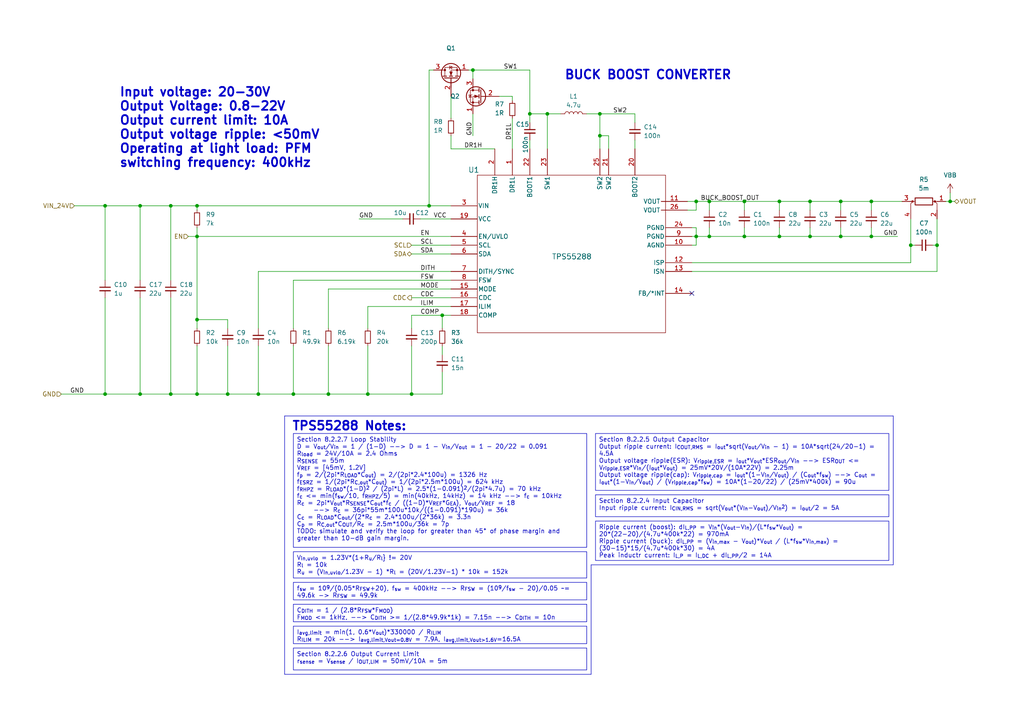
<source format=kicad_sch>
(kicad_sch (version 20250114) (generator "eeschema") (generator_version "9.0")
  (paper "A4")
  (lib_symbols
    (symbol "Library:C_Small" (pin_numbers (hide yes)) (pin_names (offset 0.254) (hide yes))
      (property "Reference" "C" (at 0.254 1.778 0))
      (property "Value" "C_Small" (at 0.254 -2.032 0))
      (symbol "C_Small_0_1"
        (polyline (pts (xy -1.524 0.508) (xy 1.524 0.508)) (stroke (width 0.3048)))
        (polyline (pts (xy -1.524 -0.508) (xy 1.524 -0.508)) (stroke (width 0.3302)))
      )
      (symbol "C_Small_1_1"
        (pin passive line (at 0 2.54 270) (length 2.032) (name "~") (number "1"))
        (pin passive line (at 0 -2.54 90) (length 2.032) (name "~") (number "2"))
      )
    )
    (symbol "Library:L" (pin_numbers (hide yes)) (pin_names (offset 1.016) (hide yes))
      (property "Reference" "L" (at -1.27 0 90))
      (property "Value" "L" (at 1.905 0 90))
      (symbol "L_0_1"
        (arc (start 0 2.54) (mid 0.6323 1.905) (end 0 1.27))
        (arc (start 0 1.27) (mid 0.6323 0.635) (end 0 0))
        (arc (start 0 0) (mid 0.6323 -0.635) (end 0 -1.27))
        (arc (start 0 -1.27) (mid 0.6323 -1.905) (end 0 -2.54))
      )
      (symbol "L_1_1"
        (pin passive line (at 0 3.81 270) (length 1.27) (name "1") (number "1"))
        (pin passive line (at 0 -3.81 90) (length 1.27) (name "2") (number "2"))
      )
    )
    (symbol "Library:Q_NMOS_SGD" (pin_names (offset 0) (hide yes))
      (property "Reference" "Q" (at 5.08 1.27 0))
      (property "Value" "Q_NMOS_SGD" (at 5.08 -1.27 0))
      (symbol "Q_NMOS_SGD_0_1"
        (polyline (pts (xy 0.254 1.905) (xy 0.254 -1.905)) (stroke (width 0.254)))
        (polyline (pts (xy 0.254 0) (xy -2.54 0)))
        (polyline (pts (xy 0.762 2.286) (xy 0.762 1.27)) (stroke (width 0.254)))
        (polyline (pts (xy 0.762 0.508) (xy 0.762 -0.508)) (stroke (width 0.254)))
        (polyline (pts (xy 0.762 -1.27) (xy 0.762 -2.286)) (stroke (width 0.254)))
        (polyline (pts (xy 0.762 -1.778) (xy 3.302 -1.778) (xy 3.302 1.778) (xy 0.762 1.778)))
        (polyline (pts (xy 1.016 0) (xy 2.032 0.381) (xy 2.032 -0.381) (xy 1.016 0)) (fill (type outline)))
        (circle (center 1.651 0) (radius 2.794) (stroke (width 0.254)))
        (polyline (pts (xy 2.54 2.54) (xy 2.54 1.778)))
        (circle (center 2.54 1.778) (radius 0.254) (fill (type outline)))
        (circle (center 2.54 -1.778) (radius 0.254) (fill (type outline)))
        (polyline (pts (xy 2.54 -2.54) (xy 2.54 0) (xy 0.762 0)))
        (polyline (pts (xy 2.794 0.508) (xy 2.921 0.381) (xy 3.683 0.381) (xy 3.81 0.254)))
        (polyline (pts (xy 3.302 0.381) (xy 2.921 -0.254) (xy 3.683 -0.254) (xy 3.302 0.381)))
      )
      (symbol "Q_NMOS_SGD_1_1"
        (pin input line (at -5.08 0 0) (length 5.08) (name "G") (number "2"))
        (pin passive line (at 2.54 5.08 270) (length 2.54) (name "D") (number "3"))
        (pin passive line (at 2.54 -5.08 90) (length 2.54) (name "S") (number "1"))
      )
    )
    (symbol "Library:R_Small" (pin_numbers (hide yes)) (pin_names (offset 0.254) (hide yes))
      (property "Reference" "R" (at 0.762 0.508 0))
      (property "Value" "R_Small" (at 0.762 -1.016 0))
      (symbol "R_Small_0_1"
        (rectangle (start -0.762 1.778) (end 0.762 -1.778) (stroke (width 0.2032)))
      )
      (symbol "R_Small_1_1"
        (pin passive line (at 0 2.54 270) (length 0.762) (name "~") (number "1"))
        (pin passive line (at 0 -2.54 90) (length 0.762) (name "~") (number "2"))
      )
    )
    (symbol "Library:SWEF3920D5L00P9"
      (property "Reference" "R" (at 0 0 0))
      (property "Value" "5m" (at 0 0 0))
      (symbol "SWEF3920D5L00P9_0_1"
        (rectangle (start 2.794 2.54) (end 4.826 -2.54) (stroke (width 0.254)))
        (polyline (pts (xy 3.81 3.81) (xy 3.81 2.54)))
        (polyline (pts (xy 3.81 3.175) (xy 3.81 3.175)))
        (circle (center 3.81 3.175) (radius 0.254) (fill (type outline)))
        (circle (center 3.81 -3.302) (radius 0.254) (fill (type outline)))
        (polyline (pts (xy 3.81 -3.81) (xy 3.81 -2.54)))
        (polyline (pts (xy 6.35 3.81) (xy 4.445 3.81) (xy 3.81 3.175)))
        (polyline (pts (xy 6.35 -3.81) (xy 4.445 -3.81) (xy 3.81 -3.175)))
      )
      (symbol "SWEF3920D5L00P9_1_1"
        (pin passive line (at 3.81 6.35 270) (length 2.54) (name "~") (number "1"))
        (pin passive line (at 3.81 -6.35 90) (length 2.54) (name "~") (number "3"))
        (pin passive line (at 8.89 3.81 180) (length 2.54) (name "~") (number "2"))
        (pin passive line (at 8.89 -3.81 180) (length 2.54) (name "~") (number "4"))
      )
    )
    (symbol "Library:TPS55288RPMR" (pin_names (offset 0.254))
      (property "Reference" "U" (at 21.082 25.4 0))
      (property "Value" "TPS55288RPMR" (at 21.082 22.86 0))
      (symbol "TPS55288RPMR_0_1"
        (rectangle (start -1.27 5.08) (end 53.34 -40.64))
        (pin power_in line (at -8.89 -3.81 0) (length 7.62) (name "VIN") (number "3"))
        (pin output line (at -8.89 -7.62 0) (length 7.62) (name "VCC") (number "19"))
        (pin input line (at -8.89 -12.7 0) (length 7.62) (name "EN/UVLO") (number "4"))
        (pin input line (at -8.89 -15.24 0) (length 7.62) (name "SCL") (number "5"))
        (pin bidirectional line (at -8.89 -17.78 0) (length 7.62) (name "SDA") (number "6"))
        (pin input line (at -8.89 -22.86 0) (length 7.62) (name "DITH/SYNC") (number "7"))
        (pin input line (at -8.89 -25.4 0) (length 7.62) (name "FSW") (number "8"))
        (pin input line (at -8.89 -27.94 0) (length 7.62) (name "MODE") (number "15"))
        (pin output line (at -8.89 -30.48 0) (length 7.62) (name "CDC") (number "16"))
        (pin output line (at 3.81 12.7 270) (length 7.62) (name "DR1H") (number "2"))
        (pin output line (at 8.89 12.7 270) (length 7.62) (name "DR1L") (number "1"))
        (pin input line (at 13.97 12.7 270) (length 7.62) (name "BOOT1") (number "22"))
        (pin input line (at 19.05 12.7 270) (length 7.62) (name "SW1") (number "23"))
        (pin input line (at 34.29 12.7 270) (length 7.62) (name "SW2") (number "25"))
        (pin input line (at 36.83 12.7 270) (length 7.62) (name "SW2") (number "21"))
        (pin output line (at 44.45 12.7 270) (length 7.62) (name "BOOT2") (number "20"))
        (pin power_in line (at 59.69 -5.08 180) (length 7.62) (name "VOUT") (number "26"))
        (pin power_in line (at 60.96 -10.16 180) (length 7.62) (name "PGND") (number "24"))
        (pin power_in line (at 60.96 -12.7 180) (length 7.62) (name "PGND") (number "9"))
        (pin power_in line (at 60.96 -15.24 180) (length 7.62) (name "AGND") (number "10"))
        (pin input line (at 60.96 -20.32 180) (length 7.62) (name "ISP") (number "12"))
        (pin input line (at 60.96 -22.86 180) (length 7.62) (name "ISN") (number "13"))
        (pin bidirectional line (at 60.96 -29.21 180) (length 7.62) (name "FB/*INT") (number "14"))
      )
      (symbol "TPS55288RPMR_1_1"
        (pin output line (at -8.89 -33.02 0) (length 7.62) (name "ILIM") (number "17"))
        (pin input line (at -8.89 -35.56 0) (length 7.62) (name "COMP") (number "18"))
        (pin power_out line (at 59.69 -2.54 180) (length 7.62) (name "VOUT") (number "11"))
      )
    )
    (symbol "Library:VBB" (power) (pin_numbers (hide yes)) (pin_names (offset 0) (hide yes))
      (property "Value" "VBB" (at 0 5.08 0))
      (symbol "VBB_0_1"
        (polyline (pts (xy -0.762 1.27) (xy 0 2.54)))
        (polyline (pts (xy 0 2.54) (xy 0.762 1.27)))
        (polyline (pts (xy 0 0) (xy 0 2.54)))
      )
      (symbol "VBB_1_1"
        (pin power_out line (at 0 0 90) (length 0) (name "~") (number "1"))
      )
    )
  )
  (text "TPS55288 Notes:" (at 101.346 123.698 0) (effects (font (size 2.54 2.54) (thickness 0.508) (bold yes))))
  (text "Input voltage: 20-30V\nOutput Voltage: 0.8-22V\nOutput current limit: 10A\nOutput voltage ripple: <50mV\nOperating at light load: PFM\nswitching frequency: 400kHz" (at 34.544 37.084 0) (effects (font (size 2.54 2.54) (thickness 0.508) (bold yes)) (justify left)))
  (text "BUCK BOOST CONVERTER" (at 187.96 21.844 0) (effects (font (size 2.54 2.54) (thickness 0.508) (bold yes))))
  (text_box "Ripple current (boost): dI_{L,PP} = V_{in}*(V_{out}-V_{in})/(L*f_{sw}*V_{out}) = 20*(22-20)/(4.7u*400k*22) = 970mA\nRipple current (buck): dI_{L,PP} = (V_{in,max} - V_{out})*V_{out} / (L*f_{sw}*V_{in,max}) = (30-15)*15/(4.7u*400k*30) = 4A\nPeak inductr current: I_{L,P} = I_{L,DC} + dI_{L,PP}/2 = 14A\n\n" (at 172.72 151.13 0) (size 85.09 11.43) (margins 0.9525 0.9525 0.9525 0.9525) (effects (font (size 1.27 1.27) (thickness 0.1588)) (justify left top)))
  (text_box "Section 8.2.2.6 Output Current Limit\nr_{sense} = V_{sense} / I_{OUT,LIM} = 50mV/10A = 5m" (at 85.09 187.96 0) (size 85.09 6.35) (margins 0.9525 0.9525 0.9525 0.9525) (effects (font (size 1.27 1.27) (thickness 0.1588)) (justify left top)))
  (text_box "I_{avg,limit} = min(1, 0.6*V_{out})*330000 / R_{ILIM}\nR_{ILIM} = 20k --> I_{avg,limit,V_{out}=0.8V} = 7.9A, I_{avg,limit,V_{out}>1.6V}=16.5A" (at 85.09 181.61 0) (size 85.09 5.08) (margins 0.9525 0.9525 0.9525 0.9525) (effects (font (size 1.27 1.27) (thickness 0.1588)) (justify left top)))
  (text_box "C_{DITH} = 1 / (2.8*R_{FSW}*F_{MOD})\nF_{MOD} <= 1kHz, --> C_{DITH} >= 1/(2.8*49.9k*1k) = 7.15n --> C_{DITH} = 10n" (at 85.09 175.26 0) (size 85.09 5.08) (margins 0.9525 0.9525 0.9525 0.9525) (effects (font (size 1.27 1.27) (thickness 0.1588)) (justify left top)))
  (text_box "Section 8.2.2.7 Loop Stability\nD = V_{out}/V_{in} = 1 / (1-D) --> D = 1 - V_{in}/V_{out} = 1 - 20/22 = 0.091\nR_{load} = 24V/10A = 2.4 Ohms\nR_{SENSE} = 55m\nV_{REF} = [45mV, 1.2V]\nf_{p} = 2/(2pi*R_{LOAD}*C_{out}) = 2/(2pi*2.4*100u) = 1326 Hz\nf_{ESRZ} = 1/(2pi*R_{C,out}*C_{out}) = 1/(2pi*2.5m*100u) = 624 kHz\nf_{RHPZ} = R_{LOAD}*(1-D)^{2} / (2pi*L) = 2.5*(1-0.091)^{2}/(2pi*4.7u) = 70 kHz\nf_{c} <= min(f_{sw}/10, f_{RHPZ}/5) = min(40kHz, 14kHz) = 14 kHz --> f_{c} = 10kHz\nR_{c} = 2pi*V_{out}*R_{SENSE}*C_{out}*f_{c} / ((1-D)*V_{REF}*G_{EA}), V_{out}/V_{REF} = 18\n	--> R_{c} = 36pi*55m*100u*10k/((1-0.091)*190u) = 36k\nC_{c} = R_{LOAD}*C_{out}/(2*R_{c} = 2.4*100u/(2*36k) = 3.3n\nC_{p} = R_{C,out}*C_{OUT}/R_{c} = 2.5m*100u/36k = 7p\nTODO: simulate and verify the loop for greater than 45° of phase margin and greater than 10-dB gain margin." (at 85.09 125.73 0) (size 85.09 33.02) (margins 0.9525 0.9525 0.9525 0.9525) (effects (font (size 1.27 1.27) (thickness 0.1588)) (justify left top)))
  (text_box "V_{in,uvlo} = 1.23V*(1+R_{u}/R_{l}} != 20V\nR_{l} = 10k\nR_{u} = (V_{in,uvlo}/1.23V - 1) *R_{l} = (20V/1.23V-1) * 10k = 152k" (at 85.09 160.02 0) (size 85.09 7.62) (margins 0.9525 0.9525 0.9525 0.9525) (effects (font (size 1.27 1.27) (thickness 0.1588)) (justify left top)))
  (text_box "Section 8.2.2.4 Input Capacitor\nInput ripple current: I_{CIN,RMS} = sqrt(V_{out}*(V_{in}-V_{out})/V_{in}^{2}) = I_{out}/2 = 5A" (at 172.72 143.51 0) (size 85.09 6.35) (margins 0.9525 0.9525 0.9525 0.9525) (effects (font (size 1.27 1.27) (thickness 0.1588)) (justify left top)))
  (text_box "f_{sw} = 10^{9}/(0.05*R_{FSW}+20), f_{sw} = 400kHz --> R_{FSW} = (10^{9}/f_{sw} - 20)/0.05 ~= 49.6k -> R_{FSW} = 49.9k" (at 85.09 168.91 0) (size 85.09 5.08) (margins 0.9525 0.9525 0.9525 0.9525) (effects (font (size 1.27 1.27) (thickness 0.1588)) (justify left top)))
  (text_box "Section 8.2.2.5 Output Capacitor\nOutput ripple current: I_{COUT,RMS} = I_{out}*sqrt(V_{out}/V_{in} - 1) = 10A*sqrt(24/20-1) = 4.5A\nOutput voltage ripple(ESR): V_{ripple,ESR} = I_{out}*V_{out}*ESR_{out}/V_{in} --> ESR_{OUT} <= V_{ripple,ESR}*V_{in}/(I_{out}*V_{out}) = 25mV*20V/(10A*22V) = 2.25m\nOutput voltage ripple(cap): V_{ripple,cap} = I_{out}*(1-V_{in}/V_{out}) / (C_{out}*f_{sw}) --> C_{out} = I_{out}*(1-V_{in}/V_{out}) / (V_{ripple,cap}*f_{sw}) = 10A*(1-20/22) / (25mV*400k) = 90u" (at 172.72 125.73 0) (size 85.09 16.51) (margins 0.9525 0.9525 0.9525 0.9525) (effects (font (size 1.27 1.27) (thickness 0.1588)) (justify left top)))
  (junction (at 205.74 58.42))
  (junction (at 158.75 33.02))
  (junction (at 173.99 33.02))
  (junction (at 106.68 114.3))
  (junction (at 234.95 68.58))
  (junction (at 275.59 58.42))
  (junction (at 234.95 58.42))
  (junction (at 57.15 92.71))
  (junction (at 40.64 59.69))
  (junction (at 30.48 114.3))
  (junction (at 153.67 33.02))
  (junction (at 124.46 59.69))
  (junction (at 215.9 68.58))
  (junction (at 205.74 68.58))
  (junction (at 40.64 114.3))
  (junction (at 95.25 114.3))
  (junction (at 137.16 20.32))
  (junction (at 226.06 68.58))
  (junction (at 201.93 68.58))
  (junction (at 57.15 114.3))
  (junction (at 85.09 114.3))
  (junction (at 30.48 59.69))
  (junction (at 49.53 114.3))
  (junction (at 173.99 39.37))
  (junction (at 215.9 58.42))
  (junction (at 243.84 68.58))
  (junction (at 264.16 71.12))
  (junction (at 252.73 58.42))
  (junction (at 201.93 58.42))
  (junction (at 49.53 59.69))
  (junction (at 128.27 91.44))
  (junction (at 119.38 114.3))
  (junction (at 226.06 58.42))
  (junction (at 243.84 58.42))
  (junction (at 57.15 59.69))
  (junction (at 271.78 71.12))
  (junction (at 57.15 68.58))
  (junction (at 252.73 68.58))
  (junction (at 66.04 114.3))
  (junction (at 74.93 114.3))
  (no_connect (at 200.66 85.09))
  (wire (pts (xy 54.61 68.58) (xy 57.15 68.58)))
  (wire (pts (xy 243.84 58.42) (xy 252.73 58.42)))
  (wire (pts (xy 49.53 86.36) (xy 49.53 114.3)))
  (wire (pts (xy 274.32 58.42) (xy 275.59 58.42)))
  (wire (pts (xy 119.38 91.44) (xy 119.38 95.25)))
  (wire (pts (xy 153.67 33.02) (xy 158.75 33.02)))
  (wire (pts (xy 158.75 33.02) (xy 162.56 33.02)))
  (polyline (pts (xy 259.08 163.83) (xy 259.08 120.65)))
  (wire (pts (xy 74.93 95.25) (xy 74.93 78.74)))
  (wire (pts (xy 226.06 58.42) (xy 234.95 58.42)))
  (wire (pts (xy 66.04 100.33) (xy 66.04 114.3)))
  (wire (pts (xy 66.04 114.3) (xy 74.93 114.3)))
  (wire (pts (xy 57.15 92.71) (xy 66.04 92.71)))
  (wire (pts (xy 57.15 59.69) (xy 57.15 60.96)))
  (wire (pts (xy 252.73 58.42) (xy 261.62 58.42)))
  (wire (pts (xy 184.15 33.02) (xy 184.15 35.56)))
  (wire (pts (xy 124.46 20.32) (xy 125.73 20.32)))
  (wire (pts (xy 57.15 114.3) (xy 66.04 114.3)))
  (wire (pts (xy 49.53 59.69) (xy 49.53 81.28)))
  (wire (pts (xy 74.93 100.33) (xy 74.93 114.3)))
  (wire (pts (xy 252.73 68.58) (xy 260.35 68.58)))
  (wire (pts (xy 30.48 86.36) (xy 30.48 114.3)))
  (wire (pts (xy 199.39 60.96) (xy 201.93 60.96)))
  (wire (pts (xy 275.59 55.88) (xy 275.59 58.42)))
  (wire (pts (xy 200.66 68.58) (xy 201.93 68.58)))
  (wire (pts (xy 199.39 58.42) (xy 201.93 58.42)))
  (wire (pts (xy 176.53 39.37) (xy 176.53 43.18)))
  (wire (pts (xy 119.38 114.3) (xy 106.68 114.3)))
  (wire (pts (xy 200.66 78.74) (xy 271.78 78.74)))
  (wire (pts (xy 137.16 20.32) (xy 137.16 22.86)))
  (wire (pts (xy 57.15 68.58) (xy 57.15 92.71)))
  (polyline (pts (xy 171.45 195.58) (xy 171.45 163.83)))
  (wire (pts (xy 215.9 58.42) (xy 215.9 60.96)))
  (wire (pts (xy 201.93 60.96) (xy 201.93 58.42)))
  (wire (pts (xy 148.59 27.94) (xy 148.59 29.21)))
  (wire (pts (xy 264.16 63.5) (xy 264.16 71.12)))
  (wire (pts (xy 74.93 114.3) (xy 85.09 114.3)))
  (wire (pts (xy 153.67 20.32) (xy 153.67 33.02)))
  (polyline (pts (xy 82.55 120.65) (xy 82.55 195.58)))
  (wire (pts (xy 264.16 71.12) (xy 264.16 76.2)))
  (wire (pts (xy 119.38 86.36) (xy 130.81 86.36)))
  (wire (pts (xy 40.64 86.36) (xy 40.64 114.3)))
  (wire (pts (xy 252.73 66.04) (xy 252.73 68.58)))
  (wire (pts (xy 119.38 71.12) (xy 130.81 71.12)))
  (wire (pts (xy 104.14 63.5) (xy 116.84 63.5)))
  (wire (pts (xy 57.15 68.58) (xy 130.81 68.58)))
  (wire (pts (xy 49.53 59.69) (xy 57.15 59.69)))
  (wire (pts (xy 173.99 33.02) (xy 173.99 39.37)))
  (wire (pts (xy 158.75 33.02) (xy 158.75 43.18)))
  (wire (pts (xy 243.84 68.58) (xy 252.73 68.58)))
  (wire (pts (xy 226.06 68.58) (xy 234.95 68.58)))
  (wire (pts (xy 234.95 58.42) (xy 243.84 58.42)))
  (wire (pts (xy 226.06 66.04) (xy 226.06 68.58)))
  (wire (pts (xy 119.38 114.3) (xy 128.27 114.3)))
  (wire (pts (xy 243.84 58.42) (xy 243.84 60.96)))
  (polyline (pts (xy 82.55 120.65) (xy 259.08 120.65)))
  (wire (pts (xy 95.25 114.3) (xy 106.68 114.3)))
  (wire (pts (xy 270.51 71.12) (xy 271.78 71.12)))
  (wire (pts (xy 57.15 100.33) (xy 57.15 114.3)))
  (wire (pts (xy 173.99 33.02) (xy 184.15 33.02)))
  (wire (pts (xy 226.06 58.42) (xy 226.06 60.96)))
  (wire (pts (xy 119.38 100.33) (xy 119.38 114.3)))
  (wire (pts (xy 95.25 100.33) (xy 95.25 114.3)))
  (wire (pts (xy 66.04 92.71) (xy 66.04 95.25)))
  (wire (pts (xy 57.15 92.71) (xy 57.15 95.25)))
  (wire (pts (xy 124.46 59.69) (xy 124.46 20.32)))
  (wire (pts (xy 17.78 114.3) (xy 30.48 114.3)))
  (wire (pts (xy 85.09 95.25) (xy 85.09 81.28)))
  (wire (pts (xy 153.67 40.64) (xy 153.67 43.18)))
  (wire (pts (xy 121.92 63.5) (xy 130.81 63.5)))
  (wire (pts (xy 128.27 91.44) (xy 119.38 91.44)))
  (wire (pts (xy 170.18 33.02) (xy 173.99 33.02)))
  (wire (pts (xy 184.15 40.64) (xy 184.15 43.18)))
  (polyline (pts (xy 82.55 195.58) (xy 171.45 195.58)))
  (wire (pts (xy 201.93 66.04) (xy 201.93 68.58)))
  (wire (pts (xy 128.27 100.33) (xy 128.27 102.87)))
  (wire (pts (xy 137.16 33.02) (xy 137.16 39.37)))
  (wire (pts (xy 234.95 58.42) (xy 234.95 60.96)))
  (wire (pts (xy 30.48 59.69) (xy 30.48 81.28)))
  (wire (pts (xy 85.09 114.3) (xy 95.25 114.3)))
  (wire (pts (xy 173.99 39.37) (xy 176.53 39.37)))
  (wire (pts (xy 49.53 114.3) (xy 57.15 114.3)))
  (wire (pts (xy 275.59 58.42) (xy 276.86 58.42)))
  (wire (pts (xy 85.09 100.33) (xy 85.09 114.3)))
  (wire (pts (xy 85.09 81.28) (xy 130.81 81.28)))
  (wire (pts (xy 130.81 34.29) (xy 130.81 27.94)))
  (wire (pts (xy 215.9 58.42) (xy 226.06 58.42)))
  (wire (pts (xy 264.16 71.12) (xy 265.43 71.12)))
  (wire (pts (xy 57.15 66.04) (xy 57.15 68.58)))
  (wire (pts (xy 234.95 68.58) (xy 243.84 68.58)))
  (polyline (pts (xy 171.45 163.83) (xy 259.08 163.83)))
  (wire (pts (xy 205.74 68.58) (xy 215.9 68.58)))
  (wire (pts (xy 271.78 78.74) (xy 271.78 71.12)))
  (wire (pts (xy 215.9 68.58) (xy 226.06 68.58)))
  (wire (pts (xy 95.25 95.25) (xy 95.25 83.82)))
  (wire (pts (xy 200.66 76.2) (xy 264.16 76.2)))
  (wire (pts (xy 200.66 66.04) (xy 201.93 66.04)))
  (wire (pts (xy 130.81 59.69) (xy 124.46 59.69)))
  (wire (pts (xy 215.9 66.04) (xy 215.9 68.58)))
  (wire (pts (xy 106.68 95.25) (xy 106.68 88.9)))
  (wire (pts (xy 200.66 71.12) (xy 201.93 71.12)))
  (wire (pts (xy 106.68 100.33) (xy 106.68 114.3)))
  (wire (pts (xy 173.99 39.37) (xy 173.99 43.18)))
  (wire (pts (xy 234.95 66.04) (xy 234.95 68.58)))
  (wire (pts (xy 40.64 59.69) (xy 40.64 81.28)))
  (wire (pts (xy 205.74 58.42) (xy 205.74 60.96)))
  (wire (pts (xy 21.59 59.69) (xy 30.48 59.69)))
  (wire (pts (xy 201.93 58.42) (xy 205.74 58.42)))
  (wire (pts (xy 30.48 59.69) (xy 40.64 59.69)))
  (wire (pts (xy 271.78 71.12) (xy 271.78 63.5)))
  (wire (pts (xy 137.16 20.32) (xy 153.67 20.32)))
  (wire (pts (xy 201.93 68.58) (xy 201.93 71.12)))
  (wire (pts (xy 144.78 27.94) (xy 148.59 27.94)))
  (wire (pts (xy 148.59 34.29) (xy 148.59 43.18)))
  (wire (pts (xy 128.27 107.95) (xy 128.27 114.3)))
  (wire (pts (xy 119.38 73.66) (xy 130.81 73.66)))
  (wire (pts (xy 30.48 114.3) (xy 40.64 114.3)))
  (wire (pts (xy 243.84 66.04) (xy 243.84 68.58)))
  (wire (pts (xy 135.89 20.32) (xy 137.16 20.32)))
  (wire (pts (xy 74.93 78.74) (xy 130.81 78.74)))
  (wire (pts (xy 252.73 58.42) (xy 252.73 60.96)))
  (wire (pts (xy 143.51 43.18) (xy 130.81 43.18)))
  (wire (pts (xy 205.74 66.04) (xy 205.74 68.58)))
  (wire (pts (xy 106.68 88.9) (xy 130.81 88.9)))
  (wire (pts (xy 40.64 59.69) (xy 49.53 59.69)))
  (wire (pts (xy 40.64 114.3) (xy 49.53 114.3)))
  (wire (pts (xy 130.81 91.44) (xy 128.27 91.44)))
  (wire (pts (xy 205.74 58.42) (xy 215.9 58.42)))
  (wire (pts (xy 95.25 83.82) (xy 130.81 83.82)))
  (wire (pts (xy 57.15 59.69) (xy 124.46 59.69)))
  (wire (pts (xy 201.93 68.58) (xy 205.74 68.58)))
  (wire (pts (xy 128.27 91.44) (xy 128.27 95.25)))
  (wire (pts (xy 130.81 43.18) (xy 130.81 39.37)))
  (wire (pts (xy 153.67 33.02) (xy 153.67 35.56)))
  (label "SCL" (at 121.92 71.12 0))
  (label "ILIM" (at 121.92 88.9 0))
  (label "EN" (at 121.92 68.58 0))
  (label "DR1L" (at 148.59 40.64 90))
  (label "MODE" (at 121.92 83.82 0))
  (label "VCC" (at 125.73 63.5 0))
  (label "CDC" (at 121.92 86.36 0))
  (label "BUCK_BOOST_OUT" (at 203.2 58.42 0))
  (label "GND" (at 260.35 68.58 180))
  (label "DR1H" (at 134.62 43.18 0))
  (label "GND" (at 20.32 114.3 0))
  (label "DITH" (at 121.92 78.74 0))
  (label "GND" (at 104.14 63.5 0))
  (label "SDA" (at 121.92 73.66 0))
  (label "GND" (at 137.16 39.37 90) (effects (font (thickness 0.1588))))
  (label "SW1" (at 146.05 20.32 0))
  (label "FSW" (at 121.92 81.28 0))
  (label "SW2" (at 177.8 33.02 0))
  (label "COMP" (at 121.92 91.44 0))
  (hierarchical_label "EN" (shape input) (at 54.61 68.58 180) (effects (font (thickness 0.1588))))
  (hierarchical_label "VIN_24V" (shape input) (at 21.59 59.69 180))
  (hierarchical_label "GND" (shape input) (at 17.78 114.3 180))
  (hierarchical_label "SDA" (shape bidirectional) (at 119.38 73.66 180))
  (hierarchical_label "CDC" (shape output) (at 119.38 86.36 180))
  (hierarchical_label "SCL" (shape input) (at 119.38 71.12 180))
  (hierarchical_label "VOUT" (shape bidirectional) (at 276.86 58.42 0))
  (symbol (lib_id "Library:C_Small") (at 226.06 63.5 0) (unit 1)
    (property "Reference" "C8" (at 228.6 62.2362 0) (effects (justify left)))
    (property "Value" "22u" (at 228.6 64.7762 0) (effects (justify left)))
    (property "Footprint" "Library:C_1210_3225Metric" (effects (hide yes)))
    (property "Description" "Unpolarized capacitor, small symbol" (effects (hide yes)))
    (property "Digikey-Nr." "1276-3387-1-ND" (effects (hide yes)))
    (property "Manufacturer" "Samsung Electro-Mechanics" (effects (hide yes)))
    (property "Manufacturer Nr." "CL32B106KBJNNNE" (effects (hide yes)))
    (property "Mouser-Nr." "187-CL32B106KBJNNNE" (effects (hide yes)))
    (property "Manufacturer-Nr." "CL32B106KBJNNNE" (effects (hide yes)))
  )
  (symbol (lib_id "Library:C_Small") (at 119.38 63.5 270) (unit 1)
    (property "Reference" "C12" (at 122.428 61.722 90))
    (property "Value" "10u" (at 116.078 61.722 90))
    (property "Footprint" "Library:C_0805_2012Metric" (effects (hide yes)))
    (property "Description" "Unpolarized capacitor, small symbol" (effects (hide yes)))
    (property "Digikey-Nr." "490-18663-1-ND" (effects (hide yes)))
    (property "Manufacturer" "Murata Electronics" (effects (hide yes)))
    (property "Manufacturer Nr." "GRM21BR61H106KE43L" (effects (hide yes)))
    (property "Mouser-Nr." "81-GRM21BR61H106KE3L" (effects (hide yes)))
    (property "Manufacturer-Nr." "GRM21BR61H106KE43L" (effects (hide yes)))
  )
  (symbol (lib_id "Library:R_Small") (at 57.15 63.5 0) (unit 1)
    (property "Reference" "R9" (at 59.69 62.2299 0) (effects (justify left)))
    (property "Value" "7k" (at 59.69 64.7699 0) (effects (justify left)))
    (property "Footprint" "Library:R_0603_1608Metric_Pad0.98x0.95mm_HandSolder" (effects (hide yes)))
    (property "Description" "Resistor, small symbol" (effects (hide yes)))
    (property "Digikey-Nr." "311-6.98KHRCT-ND" (effects (hide yes)))
    (property "Manufacturer" "YAGEO" (effects (hide yes)))
    (property "Manufacturer Nr." "RC0603FR-076K98L" (effects (hide yes)))
    (property "Mouser-Nr." "603-RC0603FR-076K98L" (effects (hide yes)))
    (property "Manufacturer-Nr." "RC0603FR-076K98L" (effects (hide yes)))
  )
  (symbol (lib_id "Library:C_Small") (at 49.53 83.82 0) (unit 1)
    (property "Reference" "C18" (at 52.07 82.5562 0) (effects (justify left)))
    (property "Value" "22u" (at 52.07 85.0962 0) (effects (justify left)))
    (property "Footprint" "Library:C_1210_3225Metric" (effects (hide yes)))
    (property "Description" "Unpolarized capacitor, small symbol" (effects (hide yes)))
    (property "Digikey-Nr." "1276-3387-1-ND" (effects (hide yes)))
    (property "Manufacturer" "Samsung Electro-Mechanics" (effects (hide yes)))
    (property "Manufacturer Nr." "CL32B106KBJNNNE" (effects (hide yes)))
    (property "Mouser-Nr." "187-CL32B106KBJNNNE" (effects (hide yes)))
    (property "Manufacturer-Nr." "CL32B106KBJNNNE" (effects (hide yes)))
  )
  (symbol (lib_id "Library:C_Small") (at 153.67 38.1 0) (unit 1)
    (property "Reference" "C15" (at 149.606 36.068 0) (effects (justify left)))
    (property "Value" "100n" (at 152.4 44.45 90) (effects (justify left)))
    (property "Footprint" "Library:C_0805_2012Metric" (effects (hide yes)))
    (property "Description" "Unpolarized capacitor, small symbol" (effects (hide yes)))
    (property "Digikey-Nr." "1276-1003-1-ND" (effects (hide yes)))
    (property "Manufacturer" "Samsung Electro-Mechanics" (effects (hide yes)))
    (property "Manufacturer Nr." "CL21B104KBCNNNC" (effects (hide yes)))
    (property "Mouser-Nr." "187-CL21B104KBCNNNC" (effects (hide yes)))
    (property "Manufacturer-Nr." "CL21B104KBCNNNC" (effects (hide yes)))
  )
  (symbol (lib_id "Library:TPS55288RPMR") (at 139.7 55.88 0) (unit 1)
    (property "Reference" "U1" (at 137.414 49.276 0) (effects (font (size 1.524 1.524))))
    (property "Value" "TPS55288" (at 165.862 74.422 0) (effects (font (size 1.524 1.524))))
    (property "Footprint" "Library:VQFN-HR26_RPM_TEX" (effects (hide yes)))
    (property "Datasheet" "https://www.ti.com/general/docs/suppproductinfo.tsp?distId=10&gotoUrl=http%3A%2F%2Fwww.ti.com%2Flit%2Fgpn%2Ftps55288" (effects (hide yes)))
    (property "Digikey-Nr." "296-TPS552882QRPMRQ1CT-ND" (effects (hide yes)))
    (property "Manufacturer" "Texas Instruments" (effects (hide yes)))
    (property "Manufacturer Nr." "TPS552882QRPMRQ1" (effects (hide yes)))
    (property "Mouser-Nr." "595-TPS552882QRPMRQ1" (effects (hide yes)))
    (property "Manufacturer-Nr." "TPS552882QRPMRQ1" (effects (hide yes)))
  )
  (symbol (lib_id "Library:C_Small") (at 128.27 105.41 0) (unit 1)
    (property "Reference" "C11" (at 130.81 104.1462 0) (effects (justify left)))
    (property "Value" "15n" (at 130.81 106.6862 0) (effects (justify left)))
    (property "Footprint" "Library:C_0603_1608Metric" (effects (hide yes)))
    (property "Description" "Unpolarized capacitor, small symbol" (effects (hide yes)))
    (property "Digikey-Nr." "311-3362-1-ND" (effects (hide yes)))
    (property "Manufacturer" "YAGEO" (effects (hide yes)))
    (property "Manufacturer Nr." "CC0603JRX7R9BB153" (effects (hide yes)))
    (property "Mouser-Nr." "603-CC603JRX7R9BB153" (effects (hide yes)))
    (property "Manufacturer-Nr." "CC0603JRX7R9BB153" (effects (hide yes)))
  )
  (symbol (lib_id "Library:VBB") (at 275.59 55.88 0) (unit 1)
    (property "Reference" "#PWR06" (effects (hide yes)))
    (property "Value" "VBB" (at 275.59 50.8 0))
    (property "Description" "Power symbol creates a global label with name \"VCC\"" (effects (hide yes)))
  )
  (symbol (lib_id "Library:Q_NMOS_SGD") (at 139.7 27.94 0) (mirror y) (unit 1)
    (property "Reference" "Q2" (at 133.35 27.9401 0) (effects (justify left)))
    (property "Value" "IPZ40N04S5L4R8ATMA1" (effects (hide yes)))
    (property "Footprint" "Library:PG-TSDSON-8-32" (effects (hide yes)))
    (property "Description" "N-MOSFET transistor, source/gate/drain" (effects (hide yes)))
    (property "Digikey-Nr." "IPZ40N04S5L4R8ATMA1CT-ND" (effects (hide yes)))
    (property "Manufacturer" "Infineon Technologies" (effects (hide yes)))
    (property "Manufacturer Nr." "IPZ40N04S5L4R8ATMA1" (effects (hide yes)))
    (property "Mouser-Nr." "726-IPZ40N04S5L4R8AT" (effects (hide yes)))
    (property "Manufacturer-Nr." "IPZ40N04S5L4R8ATMA1" (effects (hide yes)))
  )
  (symbol (lib_id "Library:C_Small") (at 215.9 63.5 0) (unit 1)
    (property "Reference" "C1" (at 218.44 62.2362 0) (effects (justify left)))
    (property "Value" "100n" (at 218.44 64.7762 0) (effects (justify left)))
    (property "Footprint" "Library:C_0805_2012Metric" (effects (hide yes)))
    (property "Description" "Unpolarized capacitor, small symbol" (effects (hide yes)))
    (property "Digikey-Nr." "1276-1003-1-ND" (effects (hide yes)))
    (property "Manufacturer" "Samsung Electro-Mechanics" (effects (hide yes)))
    (property "Manufacturer Nr." "CL21B104KBCNNNC" (effects (hide yes)))
    (property "Mouser-Nr." "187-CL21B104KBCNNNC" (effects (hide yes)))
    (property "Manufacturer-Nr." "CL21B104KBCNNNC" (effects (hide yes)))
  )
  (symbol (lib_id "Library:C_Small") (at 234.95 63.5 0) (unit 1)
    (property "Reference" "C3" (at 237.49 62.2362 0) (effects (justify left)))
    (property "Value" "22u" (at 237.49 64.7762 0) (effects (justify left)))
    (property "Footprint" "Library:C_1210_3225Metric" (effects (hide yes)))
    (property "Description" "Unpolarized capacitor, small symbol" (effects (hide yes)))
    (property "Digikey-Nr." "1276-3387-1-ND" (effects (hide yes)))
    (property "Manufacturer" "Samsung Electro-Mechanics" (effects (hide yes)))
    (property "Manufacturer Nr." "CL32B106KBJNNNE" (effects (hide yes)))
    (property "Mouser-Nr." "187-CL32B106KBJNNNE" (effects (hide yes)))
    (property "Manufacturer-Nr." "CL32B106KBJNNNE" (effects (hide yes)))
  )
  (symbol (lib_id "Library:C_Small") (at 74.93 97.79 0) (unit 1)
    (property "Reference" "C4" (at 77.47 96.5262 0) (effects (justify left)))
    (property "Value" "10n" (at 77.47 99.0662 0) (effects (justify left)))
    (property "Footprint" "Library:C_0603_1608Metric" (effects (hide yes)))
    (property "Description" "Unpolarized capacitor, small symbol" (effects (hide yes)))
    (property "Digikey-Nr." "1276-1009-1-ND" (effects (hide yes)))
    (property "Manufacturer" "Samsung Electro-Mechanics" (effects (hide yes)))
    (property "Manufacturer Nr." "CL10B103KB8NNNC" (effects (hide yes)))
    (property "Mouser-Nr." "187-CL10B103KB8NNNC" (effects (hide yes)))
    (property "Manufacturer-Nr." "CL10B103KB8NNNC" (effects (hide yes)))
  )
  (symbol (lib_id "Library:C_Small") (at 267.97 71.12 90) (unit 1)
    (property "Reference" "C7" (at 267.9763 64.77 90))
    (property "Value" "100n" (at 267.9763 67.31 90))
    (property "Footprint" "Library:C_0805_2012Metric" (effects (hide yes)))
    (property "Description" "Unpolarized capacitor, small symbol" (effects (hide yes)))
    (property "Digikey-Nr." "1276-1003-1-ND" (effects (hide yes)))
    (property "Manufacturer" "Samsung Electro-Mechanics" (effects (hide yes)))
    (property "Manufacturer Nr." "CL21B104KBCNNNC" (effects (hide yes)))
    (property "Mouser-Nr." "187-CL21B104KBCNNNC" (effects (hide yes)))
    (property "Manufacturer-Nr." "CL21B104KBCNNNC" (effects (hide yes)))
  )
  (symbol (lib_id "Library:R_Small") (at 106.68 97.79 0) (unit 1)
    (property "Reference" "R4" (at 109.22 96.5199 0) (effects (justify left)))
    (property "Value" "20k" (at 109.22 99.0599 0) (effects (justify left)))
    (property "Footprint" "Library:R_0603_1608Metric_Pad0.98x0.95mm_HandSolder" (effects (hide yes)))
    (property "Description" "Resistor, small symbol" (effects (hide yes)))
    (property "Digikey-Nr." "311-20.0KHRCT-ND" (effects (hide yes)))
    (property "Manufacturer" "YAGEO" (effects (hide yes)))
    (property "Manufacturer Nr." "RC0603FR-0720KL" (effects (hide yes)))
    (property "Mouser-Nr." "603-RC0603FR-0720KL" (effects (hide yes)))
    (property "Manufacturer-Nr." "RC0603FR-0720KL" (effects (hide yes)))
  )
  (symbol (lib_id "Library:C_Small") (at 119.38 97.79 0) (unit 1)
    (property "Reference" "C13" (at 121.92 96.5262 0) (effects (justify left)))
    (property "Value" "200p" (at 121.92 99.0662 0) (effects (justify left)))
    (property "Footprint" "Library:C_0603_1608Metric" (effects (hide yes)))
    (property "Description" "Unpolarized capacitor, small symbol" (effects (hide yes)))
    (property "Digikey-Nr." "1276-2222-1-ND" (effects (hide yes)))
    (property "Manufacturer" "Samsung Electro-Mechanics" (effects (hide yes)))
    (property "Manufacturer Nr." "CL10C201JB8NNNC" (effects (hide yes)))
    (property "Mouser-Nr." "187-CL10C201JB8NNNC" (effects (hide yes)))
    (property "Manufacturer-Nr." "CL10C201JB8NNNC" (effects (hide yes)))
  )
  (symbol (lib_id "Library:C_Small") (at 205.74 63.5 0) (unit 1)
    (property "Reference" "C2" (at 208.28 62.2362 0) (effects (justify left)))
    (property "Value" "10n" (at 208.28 64.7762 0) (effects (justify left)))
    (property "Footprint" "Library:C_0603_1608Metric" (effects (hide yes)))
    (property "Description" "Unpolarized capacitor, small symbol" (effects (hide yes)))
    (property "Digikey-Nr." "1276-1009-1-ND" (effects (hide yes)))
    (property "Manufacturer" "Samsung Electro-Mechanics" (effects (hide yes)))
    (property "Manufacturer Nr." "CL10B103KB8NNNC" (effects (hide yes)))
    (property "Mouser-Nr." "187-CL10B103KB8NNNC" (effects (hide yes)))
    (property "Manufacturer-Nr." "CL10B103KB8NNNC" (effects (hide yes)))
  )
  (symbol (lib_id "Library:C_Small") (at 243.84 63.5 0) (unit 1)
    (property "Reference" "C5" (at 246.38 62.2362 0) (effects (justify left)))
    (property "Value" "22u" (at 246.38 64.7762 0) (effects (justify left)))
    (property "Footprint" "Library:C_1210_3225Metric" (effects (hide yes)))
    (property "Description" "Unpolarized capacitor, small symbol" (effects (hide yes)))
    (property "Digikey-Nr." "1276-3387-1-ND" (effects (hide yes)))
    (property "Manufacturer" "Samsung Electro-Mechanics" (effects (hide yes)))
    (property "Manufacturer Nr." "CL32B106KBJNNNE" (effects (hide yes)))
    (property "Mouser-Nr." "187-CL32B106KBJNNNE" (effects (hide yes)))
    (property "Manufacturer-Nr." "CL32B106KBJNNNE" (effects (hide yes)))
  )
  (symbol (lib_id "Library:C_Small") (at 184.15 38.1 0) (unit 1)
    (property "Reference" "C14" (at 186.69 36.8362 0) (effects (justify left)))
    (property "Value" "100n" (at 186.69 39.3762 0) (effects (justify left)))
    (property "Footprint" "Library:C_0805_2012Metric" (effects (hide yes)))
    (property "Description" "Unpolarized capacitor, small symbol" (effects (hide yes)))
    (property "Digikey-Nr." "1276-1003-1-ND" (effects (hide yes)))
    (property "Manufacturer" "Samsung Electro-Mechanics" (effects (hide yes)))
    (property "Manufacturer Nr." "CL21B104KBCNNNC" (effects (hide yes)))
    (property "Mouser-Nr." "187-CL21B104KBCNNNC" (effects (hide yes)))
    (property "Manufacturer-Nr." "CL21B104KBCNNNC" (effects (hide yes)))
  )
  (symbol (lib_id "Library:L") (at 166.37 33.02 90) (unit 1)
    (property "Reference" "L1" (at 166.37 27.94 90))
    (property "Value" "4.7u" (at 166.37 30.48 90))
    (property "Footprint" "Library:L_Vishay_IHLP-5050" (effects (hide yes)))
    (property "Datasheet" "https://www.vishay.com/docs/34126/ihlp-5050ez-01.pdf" (effects (hide yes)))
    (property "Description" "Inductor" (effects (hide yes)))
    (property "Digikey-Nr." "541-IHLP5050FDER4R7M0PCT-ND" (effects (hide yes)))
    (property "Manufacturer" "Vishay Dale" (effects (hide yes)))
    (property "Manufacturer Nr." "IHLP5050FDER4R7M0P" (effects (hide yes)))
    (property "Mouser-Nr." "70-IHLP5050FDR4R7M0P" (effects (hide yes)))
    (property "Manufacturer-Nr." "IHLP5050FDER4R7M0P" (effects (hide yes)))
  )
  (symbol (lib_id "Library:R_Small") (at 95.25 97.79 0) (unit 1)
    (property "Reference" "R6" (at 97.79 96.5199 0) (effects (justify left)))
    (property "Value" "6.19k" (at 97.79 99.0599 0) (effects (justify left)))
    (property "Footprint" "Library:R_0603_1608Metric_Pad0.98x0.95mm_HandSolder" (effects (hide yes)))
    (property "Description" "Resistor, small symbol" (effects (hide yes)))
    (property "Digikey-Nr." "311-6.19KHRCT-ND" (effects (hide yes)))
    (property "Manufacturer" "YAGEO" (effects (hide yes)))
    (property "Manufacturer Nr." "RC0603FR-076K19L" (effects (hide yes)))
    (property "Mouser-Nr." "603-RC0603FR-076K19L" (effects (hide yes)))
    (property "Manufacturer-Nr." "RC0603FR-076K19L" (effects (hide yes)))
  )
  (symbol (lib_id "Library:Q_NMOS_SGD") (at 130.81 22.86 90) (unit 1)
    (property "Reference" "Q1" (at 130.81 13.97 90))
    (property "Value" "IPZ40N04S5L4R8ATMA1" (effects (hide yes)))
    (property "Footprint" "Library:PG-TSDSON-8-32" (effects (hide yes)))
    (property "Description" "N-MOSFET transistor, source/gate/drain" (effects (hide yes)))
    (property "Digikey-Nr." "IPZ40N04S5L4R8ATMA1CT-ND" (effects (hide yes)))
    (property "Manufacturer" "Infineon Technologies" (effects (hide yes)))
    (property "Manufacturer Nr." "IPZ40N04S5L4R8ATMA1" (effects (hide yes)))
    (property "Mouser-Nr." "726-IPZ40N04S5L4R8AT" (effects (hide yes)))
    (property "Manufacturer-Nr." "IPZ40N04S5L4R8ATMA1" (effects (hide yes)))
  )
  (symbol (lib_id "Library:C_Small") (at 66.04 97.79 0) (unit 1)
    (property "Reference" "C9" (at 68.58 96.5262 0) (effects (justify left)))
    (property "Value" "10n" (at 68.58 99.0662 0) (effects (justify left)))
    (property "Footprint" "Library:C_0603_1608Metric" (effects (hide yes)))
    (property "Description" "Unpolarized capacitor, small symbol" (effects (hide yes)))
    (property "Digikey-Nr." "1276-1009-1-ND" (effects (hide yes)))
    (property "Manufacturer" "Samsung Electro-Mechanics" (effects (hide yes)))
    (property "Manufacturer Nr." "CL10B103KB8NNNC" (effects (hide yes)))
    (property "Mouser-Nr." "187-CL10B103KB8NNNC" (effects (hide yes)))
    (property "Manufacturer-Nr." "CL10B103KB8NNNC" (effects (hide yes)))
  )
  (symbol (lib_id "Library:C_Small") (at 40.64 83.82 0) (unit 1)
    (property "Reference" "C17" (at 43.18 82.5562 0) (effects (justify left)))
    (property "Value" "22u" (at 43.18 85.0962 0) (effects (justify left)))
    (property "Footprint" "Library:C_1210_3225Metric" (effects (hide yes)))
    (property "Description" "Unpolarized capacitor, small symbol" (effects (hide yes)))
    (property "Digikey-Nr." "1276-3387-1-ND" (effects (hide yes)))
    (property "Manufacturer" "Samsung Electro-Mechanics" (effects (hide yes)))
    (property "Manufacturer Nr." "CL32B106KBJNNNE" (effects (hide yes)))
    (property "Mouser-Nr." "187-CL32B106KBJNNNE" (effects (hide yes)))
    (property "Manufacturer-Nr." "CL32B106KBJNNNE" (effects (hide yes)))
  )
  (symbol (lib_id "Library:R_Small") (at 130.81 36.83 0) (unit 1)
    (property "Reference" "R8" (at 125.73 35.306 0) (effects (justify left)))
    (property "Value" "1R" (at 125.73 37.846 0) (effects (justify left)))
    (property "Footprint" "Library:R_0603_1608Metric_Pad0.98x0.95mm_HandSolder" (effects (hide yes)))
    (property "Description" "Resistor, small symbol" (effects (hide yes)))
    (property "Digikey-Nr." "311-1.00HRCT-ND" (effects (hide yes)))
    (property "Manufacturer" "YAGEO" (effects (hide yes)))
    (property "Manufacturer Nr." "RC0603FR-071RL" (effects (hide yes)))
    (property "Mouser-Nr." "603-RC0603FR-071RL" (effects (hide yes)))
    (property "Manufacturer-Nr." "RC0603FR-071RL" (effects (hide yes)))
  )
  (symbol (lib_id "Library:C_Small") (at 30.48 83.82 0) (unit 1)
    (property "Reference" "C10" (at 33.02 82.5562 0) (effects (justify left)))
    (property "Value" "1u" (at 33.02 85.0962 0) (effects (justify left)))
    (property "Footprint" "Library:C_0805_2012Metric" (effects (hide yes)))
    (property "Description" "Unpolarized capacitor, small symbol" (effects (hide yes)))
    (property "Digikey-Nr." "1276-1029-1-ND" (effects (hide yes)))
    (property "Manufacturer" "Samsung Electro-Mechanics" (effects (hide yes)))
    (property "Manufacturer Nr." "CL21B105KBFNNNE" (effects (hide yes)))
    (property "Mouser-Nr." "187-CL21B105KBFNNNE" (effects (hide yes)))
    (property "Manufacturer-Nr." "CL21B105KBFNNNE" (effects (hide yes)))
  )
  (symbol (lib_id "Library:R_Small") (at 57.15 97.79 0) (unit 1)
    (property "Reference" "R2" (at 59.69 96.5199 0) (effects (justify left)))
    (property "Value" "10k" (at 59.69 99.0599 0) (effects (justify left)))
    (property "Footprint" "Library:R_0603_1608Metric_Pad0.98x0.95mm_HandSolder" (effects (hide yes)))
    (property "Description" "Resistor, small symbol" (effects (hide yes)))
    (property "Digikey-Nr." "311-10.0KHRCT-ND" (effects (hide yes)))
    (property "Manufacturer" "YAGEO" (effects (hide yes)))
    (property "Manufacturer Nr." "RC0603FR-0710KL" (effects (hide yes)))
    (property "Mouser-Nr." "603-RC0603FR-0710KL" (effects (hide yes)))
    (property "Manufacturer-Nr." "RC0603FR-0710KL" (effects (hide yes)))
  )
  (symbol (lib_id "Library:SWEF3920D5L00P9") (at 267.97 54.61 270) (unit 1)
    (property "Reference" "R5" (at 267.97 52.07 90))
    (property "Value" "5m" (at 267.97 54.61 90))
    (property "Footprint" "Library:SEWF3920D5L00P9" (effects (hide yes)))
    (property "Datasheet" "https://s.resistor.today/shop/products/epdf/SEWF3920.pdf" (effects (hide yes)))
    (property "Description" "5 mOhms ±0.5% 3W Chip Resistor 3920 (1052 Metric) Automotive AEC-Q200, Current Sense Metal Element" (effects (hide yes)))
    (property "Digikey-Nr." "4506-SEWF3920D5L00P9CT-ND" (effects (hide yes)))
    (property "Manufacturer" "RESI" (effects (hide yes)))
    (property "Manufacturer Nr." "SEWF3920D5L00P9" (effects (hide yes)))
    (property "Mouser-Nr." "754-MSRPK3920Q5L0D2P" (effects (hide yes)))
    (property "Manufacturer 2" "Susumu" (effects (hide yes)))
    (property "Manufacturer-Nr. 2" "MSRPK3920Q-5L00-D2P0" (effects (hide yes)))
    (property "Manufacturer-Nr." "SEWF3920D5L00P9" (effects (hide yes)))
  )
  (symbol (lib_id "Library:R_Small") (at 85.09 97.79 0) (unit 1)
    (property "Reference" "R1" (at 87.63 96.5199 0) (effects (justify left)))
    (property "Value" "49.9k" (at 87.63 99.0599 0) (effects (justify left)))
    (property "Footprint" "Library:R_0603_1608Metric_Pad0.98x0.95mm_HandSolder" (effects (hide yes)))
    (property "Description" "Resistor, small symbol" (effects (hide yes)))
    (property "Digikey-Nr." "311-49.9KHRCT-ND" (effects (hide yes)))
    (property "Manufacturer" "YAGEO" (effects (hide yes)))
    (property "Manufacturer Nr." "RC0603FR-0749K9L" (effects (hide yes)))
    (property "Mouser-Nr." "603-RC0603FR-0749K9L" (effects (hide yes)))
    (property "Manufacturer-Nr." "RC0603FR-0749K9L" (effects (hide yes)))
  )
  (symbol (lib_id "Library:R_Small") (at 148.59 31.75 0) (unit 1)
    (property "Reference" "R7" (at 143.51 30.226 0) (effects (justify left)))
    (property "Value" "1R" (at 143.51 32.766 0) (effects (justify left)))
    (property "Footprint" "Library:R_0603_1608Metric_Pad0.98x0.95mm_HandSolder" (effects (hide yes)))
    (property "Description" "Resistor, small symbol" (effects (hide yes)))
    (property "Digikey-Nr." "311-1.00HRCT-ND" (effects (hide yes)))
    (property "Manufacturer" "YAGEO" (effects (hide yes)))
    (property "Manufacturer Nr." "RC0603FR-071RL" (effects (hide yes)))
    (property "Mouser-Nr." "603-RC0603FR-071RL" (effects (hide yes)))
    (property "Manufacturer-Nr." "RC0603FR-071RL" (effects (hide yes)))
  )
  (symbol (lib_id "Library:C_Small") (at 252.73 63.5 0) (unit 1)
    (property "Reference" "C6" (at 255.27 62.2362 0) (effects (justify left)))
    (property "Value" "22u" (at 255.27 64.7762 0) (effects (justify left)))
    (property "Footprint" "Library:C_1210_3225Metric" (effects (hide yes)))
    (property "Description" "Unpolarized capacitor, small symbol" (effects (hide yes)))
    (property "Digikey-Nr." "1276-3387-1-ND" (effects (hide yes)))
    (property "Manufacturer" "Samsung Electro-Mechanics" (effects (hide yes)))
    (property "Manufacturer Nr." "CL32B106KBJNNNE" (effects (hide yes)))
    (property "Mouser-Nr." "187-CL32B106KBJNNNE" (effects (hide yes)))
    (property "Manufacturer-Nr." "CL32B106KBJNNNE" (effects (hide yes)))
  )
  (symbol (lib_id "Library:R_Small") (at 128.27 97.79 0) (unit 1)
    (property "Reference" "R3" (at 130.81 96.5199 0) (effects (justify left)))
    (property "Value" "36k" (at 130.81 99.0599 0) (effects (justify left)))
    (property "Footprint" "Library:R_0603_1608Metric_Pad0.98x0.95mm_HandSolder" (effects (hide yes)))
    (property "Description" "Resistor, small symbol" (effects (hide yes)))
    (property "Digikey-Nr." "311-36.0KHRCT-ND" (effects (hide yes)))
    (property "Manufacturer" "YAGEO" (effects (hide yes)))
    (property "Manufacturer Nr." "RC0603FR-0736KL" (effects (hide yes)))
    (property "Mouser-Nr." "603-RC0603FR-0736KL" (effects (hide yes)))
    (property "Manufacturer-Nr." "RC0603FR-0736KL" (effects (hide yes)))
  )
)
</source>
